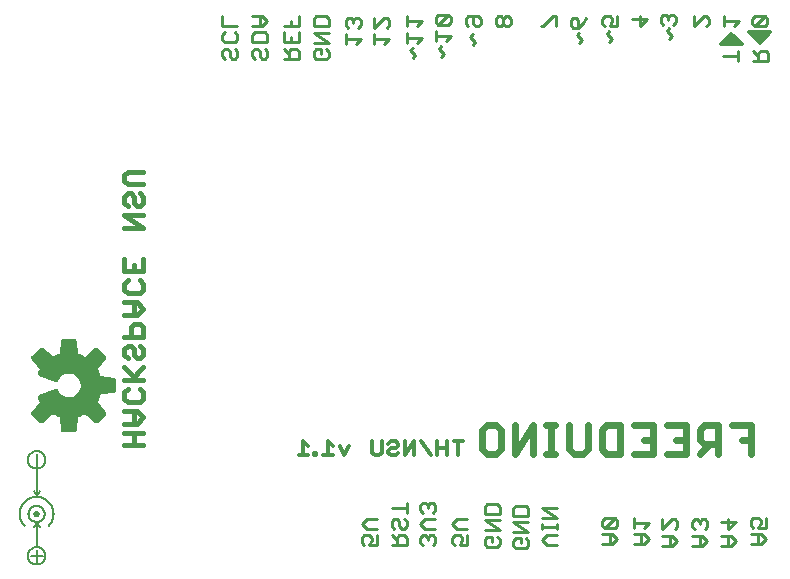
<source format=gbo>
G04 EAGLE Gerber RS-274X export*
G75*
%MOMM*%
%FSLAX34Y34*%
%LPD*%
%INBottom Silkscreen*%
%IPPOS*%
%AMOC8*
5,1,8,0,0,1.08239X$1,22.5*%
G01*
%ADD10C,0.406400*%
%ADD11C,0.609600*%
%ADD12C,0.304800*%
%ADD13C,0.228600*%
%ADD14C,0.127000*%

G36*
X54972Y138732D02*
X54972Y138732D01*
X55137Y138743D01*
X55166Y138752D01*
X55196Y138755D01*
X55353Y138804D01*
X55512Y138850D01*
X55539Y138864D01*
X55567Y138873D01*
X55711Y138954D01*
X55857Y139030D01*
X55881Y139049D01*
X55907Y139064D01*
X56031Y139172D01*
X56159Y139277D01*
X56178Y139300D01*
X56201Y139320D01*
X56300Y139452D01*
X56404Y139580D01*
X56418Y139607D01*
X56436Y139631D01*
X56507Y139780D01*
X56582Y139927D01*
X56588Y139952D01*
X56603Y139983D01*
X56695Y140362D01*
X56696Y140400D01*
X56703Y140427D01*
X57822Y151442D01*
X59367Y151889D01*
X59490Y151939D01*
X59566Y151959D01*
X62239Y153067D01*
X62356Y153129D01*
X62429Y153158D01*
X63838Y153933D01*
X65633Y152469D01*
X65634Y152469D01*
X72418Y146936D01*
X72556Y146845D01*
X72691Y146751D01*
X72719Y146739D01*
X72744Y146722D01*
X72898Y146661D01*
X73049Y146596D01*
X73078Y146590D01*
X73106Y146579D01*
X73269Y146550D01*
X73431Y146517D01*
X73461Y146517D01*
X73490Y146512D01*
X73655Y146518D01*
X73820Y146518D01*
X73850Y146524D01*
X73880Y146525D01*
X74040Y146564D01*
X74202Y146598D01*
X74229Y146610D01*
X74259Y146617D01*
X74408Y146688D01*
X74559Y146754D01*
X74579Y146770D01*
X74611Y146785D01*
X74921Y147020D01*
X74946Y147049D01*
X74968Y147065D01*
X81535Y153632D01*
X81639Y153760D01*
X81747Y153884D01*
X81762Y153911D01*
X81781Y153934D01*
X81856Y154081D01*
X81937Y154225D01*
X81946Y154254D01*
X81960Y154280D01*
X82004Y154439D01*
X82054Y154597D01*
X82057Y154627D01*
X82065Y154656D01*
X82076Y154820D01*
X82092Y154984D01*
X82089Y155015D01*
X82091Y155045D01*
X82069Y155208D01*
X82051Y155372D01*
X82042Y155401D01*
X82038Y155431D01*
X81983Y155586D01*
X81932Y155743D01*
X81919Y155765D01*
X81907Y155798D01*
X81704Y156131D01*
X81678Y156158D01*
X81664Y156182D01*
X80950Y157057D01*
X80950Y157058D01*
X77844Y160866D01*
X76291Y162770D01*
X74667Y164762D01*
X75442Y166171D01*
X75494Y166293D01*
X75533Y166361D01*
X76641Y169034D01*
X76679Y169162D01*
X76711Y169233D01*
X77159Y170778D01*
X88174Y171897D01*
X88336Y171931D01*
X88498Y171959D01*
X88526Y171970D01*
X88555Y171976D01*
X88707Y172042D01*
X88860Y172103D01*
X88885Y172119D01*
X88913Y172131D01*
X89048Y172226D01*
X89186Y172317D01*
X89207Y172338D01*
X89232Y172356D01*
X89344Y172476D01*
X89461Y172593D01*
X89477Y172618D01*
X89498Y172640D01*
X89583Y172781D01*
X89674Y172919D01*
X89685Y172948D01*
X89700Y172973D01*
X89756Y173129D01*
X89816Y173282D01*
X89819Y173308D01*
X89831Y173341D01*
X89884Y173727D01*
X89882Y173765D01*
X89885Y173792D01*
X89885Y183078D01*
X89868Y183242D01*
X89857Y183407D01*
X89848Y183436D01*
X89845Y183466D01*
X89796Y183623D01*
X89750Y183782D01*
X89736Y183809D01*
X89727Y183837D01*
X89646Y183981D01*
X89570Y184127D01*
X89551Y184151D01*
X89536Y184177D01*
X89428Y184301D01*
X89323Y184429D01*
X89300Y184448D01*
X89280Y184471D01*
X89148Y184570D01*
X89020Y184674D01*
X88993Y184688D01*
X88969Y184706D01*
X88820Y184777D01*
X88673Y184852D01*
X88649Y184858D01*
X88617Y184873D01*
X88238Y184965D01*
X88200Y184966D01*
X88174Y184973D01*
X77159Y186092D01*
X76711Y187637D01*
X76661Y187760D01*
X76641Y187836D01*
X75533Y190509D01*
X75471Y190626D01*
X75442Y190699D01*
X74667Y192108D01*
X81664Y200688D01*
X81755Y200826D01*
X81850Y200961D01*
X81861Y200989D01*
X81878Y201014D01*
X81939Y201168D01*
X82004Y201319D01*
X82010Y201348D01*
X82021Y201376D01*
X82050Y201539D01*
X82083Y201701D01*
X82083Y201731D01*
X82088Y201760D01*
X82082Y201925D01*
X82082Y202090D01*
X82076Y202120D01*
X82075Y202150D01*
X82036Y202310D01*
X82002Y202472D01*
X81990Y202499D01*
X81983Y202529D01*
X81912Y202678D01*
X81846Y202829D01*
X81830Y202849D01*
X81815Y202881D01*
X81580Y203191D01*
X81551Y203216D01*
X81535Y203238D01*
X74968Y209805D01*
X74840Y209909D01*
X74716Y210017D01*
X74689Y210032D01*
X74666Y210051D01*
X74519Y210126D01*
X74375Y210207D01*
X74346Y210216D01*
X74320Y210230D01*
X74161Y210274D01*
X74003Y210324D01*
X73973Y210327D01*
X73944Y210335D01*
X73780Y210346D01*
X73616Y210362D01*
X73585Y210359D01*
X73555Y210361D01*
X73392Y210339D01*
X73228Y210321D01*
X73199Y210312D01*
X73169Y210308D01*
X73014Y210253D01*
X72857Y210202D01*
X72835Y210189D01*
X72802Y210177D01*
X72469Y209974D01*
X72442Y209948D01*
X72418Y209934D01*
X63838Y202937D01*
X62429Y203712D01*
X62307Y203764D01*
X62239Y203803D01*
X59566Y204911D01*
X59438Y204949D01*
X59367Y204981D01*
X57822Y205429D01*
X56703Y216444D01*
X56669Y216606D01*
X56641Y216768D01*
X56630Y216796D01*
X56624Y216825D01*
X56558Y216977D01*
X56497Y217130D01*
X56481Y217155D01*
X56469Y217183D01*
X56374Y217318D01*
X56283Y217456D01*
X56262Y217477D01*
X56244Y217502D01*
X56124Y217614D01*
X56007Y217731D01*
X55982Y217747D01*
X55960Y217768D01*
X55819Y217853D01*
X55681Y217944D01*
X55652Y217955D01*
X55627Y217970D01*
X55471Y218026D01*
X55318Y218086D01*
X55292Y218089D01*
X55259Y218101D01*
X54873Y218154D01*
X54835Y218152D01*
X54808Y218155D01*
X45522Y218155D01*
X45358Y218138D01*
X45193Y218127D01*
X45164Y218118D01*
X45134Y218115D01*
X44977Y218066D01*
X44818Y218020D01*
X44791Y218006D01*
X44763Y217997D01*
X44619Y217916D01*
X44473Y217840D01*
X44449Y217821D01*
X44423Y217806D01*
X44299Y217698D01*
X44171Y217593D01*
X44152Y217570D01*
X44129Y217550D01*
X44030Y217418D01*
X43926Y217290D01*
X43912Y217263D01*
X43894Y217239D01*
X43823Y217090D01*
X43748Y216943D01*
X43742Y216919D01*
X43727Y216887D01*
X43635Y216508D01*
X43634Y216470D01*
X43627Y216444D01*
X42508Y205429D01*
X40963Y204981D01*
X40840Y204931D01*
X40764Y204911D01*
X38091Y203803D01*
X37974Y203741D01*
X37901Y203712D01*
X36492Y202937D01*
X36372Y203034D01*
X36372Y203035D01*
X27912Y209934D01*
X27774Y210025D01*
X27639Y210120D01*
X27611Y210131D01*
X27586Y210148D01*
X27432Y210209D01*
X27281Y210274D01*
X27252Y210280D01*
X27224Y210291D01*
X27061Y210320D01*
X26900Y210353D01*
X26869Y210353D01*
X26840Y210358D01*
X26675Y210352D01*
X26510Y210352D01*
X26480Y210346D01*
X26450Y210345D01*
X26290Y210306D01*
X26128Y210272D01*
X26101Y210260D01*
X26071Y210253D01*
X25922Y210182D01*
X25771Y210116D01*
X25751Y210100D01*
X25719Y210085D01*
X25409Y209850D01*
X25384Y209821D01*
X25362Y209805D01*
X18795Y203238D01*
X18691Y203110D01*
X18583Y202986D01*
X18568Y202959D01*
X18549Y202936D01*
X18474Y202789D01*
X18393Y202645D01*
X18384Y202616D01*
X18370Y202590D01*
X18326Y202431D01*
X18276Y202273D01*
X18273Y202243D01*
X18265Y202214D01*
X18254Y202050D01*
X18238Y201886D01*
X18241Y201855D01*
X18239Y201825D01*
X18261Y201662D01*
X18279Y201498D01*
X18288Y201469D01*
X18292Y201439D01*
X18348Y201284D01*
X18398Y201127D01*
X18411Y201105D01*
X18423Y201072D01*
X18626Y200739D01*
X18652Y200712D01*
X18666Y200688D01*
X18941Y200351D01*
X18942Y200350D01*
X20494Y198446D01*
X20495Y198446D01*
X23600Y194638D01*
X23601Y194638D01*
X25651Y192123D01*
X25223Y191370D01*
X25184Y191282D01*
X25151Y191229D01*
X24238Y189260D01*
X24203Y189160D01*
X24159Y189063D01*
X24140Y188976D01*
X24111Y188891D01*
X24097Y188786D01*
X24074Y188683D01*
X24073Y188594D01*
X24061Y188505D01*
X24070Y188399D01*
X24068Y188293D01*
X24085Y188205D01*
X24092Y188116D01*
X24122Y188014D01*
X24142Y187911D01*
X24176Y187828D01*
X24201Y187742D01*
X24251Y187648D01*
X24291Y187551D01*
X24342Y187477D01*
X24384Y187398D01*
X24452Y187316D01*
X24511Y187229D01*
X24576Y187167D01*
X24633Y187098D01*
X24716Y187032D01*
X24792Y186959D01*
X24852Y186924D01*
X24938Y186855D01*
X25169Y186739D01*
X25236Y186700D01*
X38436Y181232D01*
X38610Y181180D01*
X38783Y181126D01*
X38797Y181124D01*
X38810Y181121D01*
X38990Y181105D01*
X39171Y181087D01*
X39184Y181089D01*
X39198Y181087D01*
X39378Y181109D01*
X39558Y181128D01*
X39572Y181132D01*
X39585Y181134D01*
X39756Y181192D01*
X39929Y181247D01*
X39942Y181254D01*
X39955Y181258D01*
X40110Y181350D01*
X40269Y181439D01*
X40279Y181449D01*
X40291Y181456D01*
X40425Y181577D01*
X40561Y181697D01*
X40568Y181706D01*
X40580Y181717D01*
X40810Y182032D01*
X40834Y182084D01*
X40857Y182117D01*
X41702Y183753D01*
X42712Y185095D01*
X43933Y186250D01*
X45330Y187183D01*
X46864Y187869D01*
X48491Y188289D01*
X50156Y188429D01*
X52031Y188253D01*
X53831Y187732D01*
X55503Y186884D01*
X56986Y185739D01*
X58230Y184337D01*
X59190Y182727D01*
X59833Y180967D01*
X60135Y179117D01*
X60087Y177243D01*
X59690Y175412D01*
X58958Y173686D01*
X57917Y172128D01*
X56603Y170792D01*
X55063Y169724D01*
X53350Y168963D01*
X51526Y168535D01*
X49653Y168455D01*
X47799Y168726D01*
X46028Y169338D01*
X44402Y170271D01*
X42979Y171490D01*
X41809Y172954D01*
X40848Y174769D01*
X40753Y174912D01*
X40661Y175057D01*
X40645Y175074D01*
X40632Y175093D01*
X40509Y175214D01*
X40389Y175337D01*
X40370Y175350D01*
X40354Y175366D01*
X40209Y175459D01*
X40067Y175556D01*
X40045Y175565D01*
X40026Y175577D01*
X39866Y175639D01*
X39706Y175704D01*
X39683Y175709D01*
X39662Y175717D01*
X39493Y175745D01*
X39323Y175776D01*
X39300Y175776D01*
X39277Y175780D01*
X39106Y175772D01*
X38934Y175769D01*
X38914Y175764D01*
X38888Y175763D01*
X38510Y175667D01*
X38468Y175646D01*
X38436Y175638D01*
X25236Y170170D01*
X25143Y170120D01*
X25046Y170079D01*
X24972Y170028D01*
X24893Y169985D01*
X24813Y169917D01*
X24726Y169857D01*
X24664Y169792D01*
X24595Y169734D01*
X24530Y169651D01*
X24457Y169574D01*
X24410Y169498D01*
X24355Y169427D01*
X24308Y169333D01*
X24252Y169243D01*
X24221Y169158D01*
X24182Y169078D01*
X24155Y168976D01*
X24119Y168876D01*
X24106Y168788D01*
X24083Y168701D01*
X24078Y168595D01*
X24063Y168491D01*
X24068Y168401D01*
X24063Y168312D01*
X24080Y168207D01*
X24086Y168101D01*
X24107Y168035D01*
X24124Y167927D01*
X24215Y167684D01*
X24238Y167610D01*
X25151Y165641D01*
X25200Y165558D01*
X25223Y165500D01*
X25651Y164747D01*
X18666Y156182D01*
X18575Y156044D01*
X18481Y155909D01*
X18469Y155881D01*
X18452Y155856D01*
X18391Y155702D01*
X18326Y155551D01*
X18320Y155522D01*
X18309Y155494D01*
X18280Y155331D01*
X18247Y155170D01*
X18247Y155139D01*
X18242Y155110D01*
X18248Y154945D01*
X18248Y154780D01*
X18254Y154750D01*
X18255Y154720D01*
X18294Y154560D01*
X18328Y154398D01*
X18340Y154371D01*
X18347Y154341D01*
X18418Y154192D01*
X18484Y154041D01*
X18500Y154021D01*
X18515Y153989D01*
X18750Y153679D01*
X18779Y153654D01*
X18795Y153632D01*
X25362Y147065D01*
X25490Y146961D01*
X25614Y146853D01*
X25641Y146838D01*
X25664Y146819D01*
X25811Y146744D01*
X25955Y146663D01*
X25984Y146654D01*
X26010Y146640D01*
X26169Y146596D01*
X26327Y146546D01*
X26357Y146543D01*
X26386Y146535D01*
X26550Y146524D01*
X26714Y146508D01*
X26745Y146511D01*
X26775Y146509D01*
X26938Y146531D01*
X27102Y146549D01*
X27131Y146558D01*
X27161Y146562D01*
X27316Y146618D01*
X27473Y146668D01*
X27495Y146681D01*
X27528Y146693D01*
X27861Y146896D01*
X27888Y146922D01*
X27912Y146936D01*
X36492Y153933D01*
X37901Y153158D01*
X38023Y153106D01*
X38091Y153067D01*
X40764Y151959D01*
X40892Y151921D01*
X40963Y151889D01*
X42508Y151442D01*
X43627Y140427D01*
X43661Y140265D01*
X43689Y140102D01*
X43700Y140074D01*
X43706Y140045D01*
X43772Y139893D01*
X43833Y139740D01*
X43849Y139715D01*
X43861Y139687D01*
X43956Y139552D01*
X44047Y139415D01*
X44068Y139393D01*
X44086Y139369D01*
X44206Y139256D01*
X44323Y139139D01*
X44348Y139123D01*
X44370Y139102D01*
X44511Y139017D01*
X44649Y138926D01*
X44678Y138915D01*
X44703Y138900D01*
X44859Y138844D01*
X45012Y138784D01*
X45038Y138781D01*
X45071Y138769D01*
X45457Y138716D01*
X45495Y138718D01*
X45522Y138715D01*
X54808Y138715D01*
X54972Y138732D01*
G37*
D10*
X97282Y127762D02*
X113232Y127762D01*
X105257Y127762D02*
X105257Y138395D01*
X113232Y138395D02*
X97282Y138395D01*
X97282Y146178D02*
X107915Y146178D01*
X113232Y151494D01*
X107915Y156811D01*
X97282Y156811D01*
X105257Y156811D02*
X105257Y146178D01*
X113232Y172568D02*
X110573Y175227D01*
X113232Y172568D02*
X113232Y167252D01*
X110573Y164593D01*
X99940Y164593D01*
X97282Y167252D01*
X97282Y172568D01*
X99940Y175227D01*
X97282Y183009D02*
X113232Y183009D01*
X102599Y183009D02*
X113232Y193642D01*
X105257Y185667D02*
X97282Y193642D01*
X113232Y209400D02*
X110573Y212058D01*
X113232Y209400D02*
X113232Y204083D01*
X110573Y201425D01*
X107915Y201425D01*
X105257Y204083D01*
X105257Y209400D01*
X102599Y212058D01*
X99940Y212058D01*
X97282Y209400D01*
X97282Y204083D01*
X99940Y201425D01*
X97282Y219841D02*
X113232Y219841D01*
X113232Y227815D01*
X110573Y230474D01*
X105257Y230474D01*
X102599Y227815D01*
X102599Y219841D01*
X107915Y238256D02*
X97282Y238256D01*
X107915Y238256D02*
X113232Y243573D01*
X107915Y248889D01*
X97282Y248889D01*
X105257Y248889D02*
X105257Y238256D01*
X113232Y264647D02*
X110573Y267305D01*
X113232Y264647D02*
X113232Y259330D01*
X110573Y256672D01*
X99940Y256672D01*
X97282Y259330D01*
X97282Y264647D01*
X99940Y267305D01*
X113232Y275088D02*
X113232Y285721D01*
X113232Y275088D02*
X97282Y275088D01*
X97282Y285721D01*
X105257Y280404D02*
X105257Y275088D01*
X97282Y311919D02*
X113232Y311919D01*
X97282Y322552D01*
X113232Y322552D01*
X113232Y338310D02*
X110573Y340968D01*
X113232Y338310D02*
X113232Y332993D01*
X110573Y330335D01*
X107915Y330335D01*
X105257Y332993D01*
X105257Y338310D01*
X102599Y340968D01*
X99940Y340968D01*
X97282Y338310D01*
X97282Y332993D01*
X99940Y330335D01*
X99940Y348751D02*
X113232Y348751D01*
X99940Y348751D02*
X97282Y351409D01*
X97282Y356725D01*
X99940Y359384D01*
X113232Y359384D01*
D11*
X627761Y144574D02*
X627761Y120650D01*
X627761Y144574D02*
X611811Y144574D01*
X619786Y132612D02*
X627761Y132612D01*
X600137Y120650D02*
X600137Y144574D01*
X588175Y144574D01*
X584188Y140587D01*
X584188Y132612D01*
X588175Y128625D01*
X600137Y128625D01*
X592163Y128625D02*
X584188Y120650D01*
X572514Y144574D02*
X556564Y144574D01*
X572514Y144574D02*
X572514Y120650D01*
X556564Y120650D01*
X564539Y132612D02*
X572514Y132612D01*
X544890Y144574D02*
X528941Y144574D01*
X544890Y144574D02*
X544890Y120650D01*
X528941Y120650D01*
X536915Y132612D02*
X544890Y132612D01*
X517267Y144574D02*
X517267Y120650D01*
X505304Y120650D01*
X501317Y124637D01*
X501317Y140587D01*
X505304Y144574D01*
X517267Y144574D01*
X489643Y144574D02*
X489643Y124637D01*
X485656Y120650D01*
X477681Y120650D01*
X473693Y124637D01*
X473693Y144574D01*
X462019Y120650D02*
X454045Y120650D01*
X458032Y120650D02*
X458032Y144574D01*
X462019Y144574D02*
X454045Y144574D01*
X443604Y144574D02*
X443604Y120650D01*
X427654Y120650D02*
X443604Y144574D01*
X427654Y144574D02*
X427654Y120650D01*
X411993Y144574D02*
X404018Y144574D01*
X411993Y144574D02*
X415980Y140587D01*
X415980Y124637D01*
X411993Y120650D01*
X404018Y120650D01*
X400031Y124637D01*
X400031Y140587D01*
X404018Y144574D01*
D12*
X380061Y131215D02*
X380061Y119253D01*
X384048Y131215D02*
X376073Y131215D01*
X370236Y131215D02*
X370236Y119253D01*
X370236Y125234D02*
X362261Y125234D01*
X362261Y131215D02*
X362261Y119253D01*
X356424Y119253D02*
X348450Y131215D01*
X342613Y131215D02*
X342613Y119253D01*
X334638Y119253D02*
X342613Y131215D01*
X334638Y131215D02*
X334638Y119253D01*
X322820Y131215D02*
X320826Y129222D01*
X322820Y131215D02*
X326807Y131215D01*
X328801Y129222D01*
X328801Y127228D01*
X326807Y125234D01*
X322820Y125234D01*
X320826Y123240D01*
X320826Y121247D01*
X322820Y119253D01*
X326807Y119253D01*
X328801Y121247D01*
X314989Y121247D02*
X314989Y131215D01*
X314989Y121247D02*
X312995Y119253D01*
X309008Y119253D01*
X307014Y121247D01*
X307014Y131215D01*
X287366Y127228D02*
X283378Y119253D01*
X279391Y127228D01*
X273554Y127228D02*
X269566Y131215D01*
X269566Y119253D01*
X265579Y119253D02*
X273554Y119253D01*
X259742Y119253D02*
X259742Y121247D01*
X257748Y121247D01*
X257748Y119253D01*
X259742Y119253D01*
X252836Y127228D02*
X248849Y131215D01*
X248849Y119253D01*
X252836Y119253D02*
X244861Y119253D01*
X601980Y467233D02*
X619760Y467233D01*
X610870Y476123D02*
X601980Y467233D01*
X610870Y476123D02*
X619760Y467233D01*
X626110Y477393D02*
X643890Y477393D01*
X635000Y468503D01*
X626110Y477393D01*
X615950Y468503D02*
X610870Y473583D01*
X605790Y468503D01*
X613410Y468503D01*
X609600Y471043D01*
X629920Y476123D02*
X640080Y476123D01*
X635000Y471043D02*
X629920Y476123D01*
X635000Y471043D02*
X638810Y474853D01*
X633730Y474853D01*
X635000Y473583D02*
X635000Y472313D01*
D13*
X244950Y455013D02*
X232225Y455013D01*
X244950Y455013D02*
X244950Y461375D01*
X242829Y463496D01*
X238587Y463496D01*
X236467Y461375D01*
X236467Y455013D01*
X236467Y459254D02*
X232225Y463496D01*
X244950Y468824D02*
X244950Y477308D01*
X244950Y468824D02*
X232225Y468824D01*
X232225Y477308D01*
X238587Y473066D02*
X238587Y468824D01*
X232225Y482636D02*
X244950Y482636D01*
X244950Y491119D01*
X238587Y486878D02*
X238587Y482636D01*
X268337Y463242D02*
X270458Y461121D01*
X270458Y456879D01*
X268337Y454759D01*
X259854Y454759D01*
X257733Y456879D01*
X257733Y461121D01*
X259854Y463242D01*
X264095Y463242D01*
X264095Y459000D01*
X257733Y468570D02*
X270458Y468570D01*
X257733Y477054D01*
X270458Y477054D01*
X270458Y482382D02*
X257733Y482382D01*
X257733Y488745D01*
X259854Y490865D01*
X268337Y490865D01*
X270458Y488745D01*
X270458Y482382D01*
X604437Y457500D02*
X617162Y457500D01*
X617162Y461741D02*
X617162Y453258D01*
X629793Y453136D02*
X642518Y453136D01*
X642518Y459498D01*
X640397Y461619D01*
X636155Y461619D01*
X634035Y459498D01*
X634035Y453136D01*
X634035Y457378D02*
X629793Y461619D01*
X297318Y471664D02*
X293076Y467422D01*
X297318Y471664D02*
X284593Y471664D01*
X284593Y467422D02*
X284593Y475906D01*
X295197Y481234D02*
X297318Y483355D01*
X297318Y487597D01*
X295197Y489717D01*
X293076Y489717D01*
X290955Y487597D01*
X290955Y485476D01*
X290955Y487597D02*
X288835Y489717D01*
X286714Y489717D01*
X284593Y487597D01*
X284593Y483355D01*
X286714Y481234D01*
X317206Y467422D02*
X321448Y471664D01*
X308723Y471664D01*
X308723Y467422D02*
X308723Y475906D01*
X308723Y481234D02*
X308723Y489717D01*
X308723Y481234D02*
X317206Y489717D01*
X319327Y489717D01*
X321448Y487597D01*
X321448Y483355D01*
X319327Y481234D01*
X345146Y468692D02*
X349388Y472934D01*
X336663Y472934D01*
X336663Y468692D02*
X336663Y477176D01*
X345146Y482504D02*
X349388Y486746D01*
X336663Y486746D01*
X336663Y490987D02*
X336663Y482504D01*
X369276Y469962D02*
X373518Y474204D01*
X360793Y474204D01*
X360793Y469962D02*
X360793Y478446D01*
X362914Y483774D02*
X371397Y483774D01*
X373518Y485895D01*
X373518Y490137D01*
X371397Y492257D01*
X362914Y492257D01*
X360793Y490137D01*
X360793Y485895D01*
X362914Y483774D01*
X371397Y492257D01*
X386193Y484625D02*
X388314Y482504D01*
X386193Y484625D02*
X386193Y488867D01*
X388314Y490987D01*
X396797Y490987D01*
X398918Y488867D01*
X398918Y484625D01*
X396797Y482504D01*
X394676Y482504D01*
X392555Y484625D01*
X392555Y490987D01*
X422197Y482504D02*
X424318Y484625D01*
X424318Y488867D01*
X422197Y490987D01*
X420076Y490987D01*
X417955Y488867D01*
X415835Y490987D01*
X413714Y490987D01*
X411593Y488867D01*
X411593Y484625D01*
X413714Y482504D01*
X415835Y482504D01*
X417955Y484625D01*
X420076Y482504D01*
X422197Y482504D01*
X417955Y484625D02*
X417955Y488867D01*
X462418Y490987D02*
X462418Y482504D01*
X462418Y490987D02*
X460297Y490987D01*
X451814Y482504D01*
X449693Y482504D01*
X485697Y485476D02*
X487818Y489717D01*
X485697Y485476D02*
X481455Y481234D01*
X477214Y481234D01*
X475093Y483355D01*
X475093Y487597D01*
X477214Y489717D01*
X479335Y489717D01*
X481455Y487597D01*
X481455Y481234D01*
X514488Y482504D02*
X514488Y490987D01*
X514488Y482504D02*
X508125Y482504D01*
X510246Y486746D01*
X510246Y488867D01*
X508125Y490987D01*
X503884Y490987D01*
X501763Y488867D01*
X501763Y484625D01*
X503884Y482504D01*
X527163Y488867D02*
X539888Y488867D01*
X533525Y482504D01*
X533525Y490987D01*
X561897Y483774D02*
X564018Y485895D01*
X564018Y490137D01*
X561897Y492257D01*
X559776Y492257D01*
X557655Y490137D01*
X557655Y488016D01*
X557655Y490137D02*
X555535Y492257D01*
X553414Y492257D01*
X551293Y490137D01*
X551293Y485895D01*
X553414Y483774D01*
X579233Y482504D02*
X579233Y490987D01*
X579233Y482504D02*
X587716Y490987D01*
X589837Y490987D01*
X591958Y488867D01*
X591958Y484625D01*
X589837Y482504D01*
X613116Y482504D02*
X617358Y486746D01*
X604633Y486746D01*
X604633Y490987D02*
X604633Y482504D01*
X630884Y482504D02*
X639367Y482504D01*
X641488Y484625D01*
X641488Y488867D01*
X639367Y490987D01*
X630884Y490987D01*
X628763Y488867D01*
X628763Y484625D01*
X630884Y482504D01*
X639367Y490987D01*
X343649Y457797D02*
X341528Y455676D01*
X343649Y457797D02*
X339407Y462038D01*
X341528Y464159D01*
X365658Y456946D02*
X367779Y459067D01*
X363537Y463308D01*
X365658Y465429D01*
X507898Y469646D02*
X510019Y471767D01*
X505777Y476008D01*
X507898Y478129D01*
X558698Y472186D02*
X560819Y474307D01*
X556577Y478548D01*
X558698Y480669D01*
X484619Y470497D02*
X482498Y468376D01*
X484619Y470497D02*
X480377Y474738D01*
X482498Y476859D01*
X394449Y469227D02*
X392328Y467106D01*
X394449Y469227D02*
X390207Y473468D01*
X392328Y475589D01*
X218280Y461375D02*
X216159Y463496D01*
X218280Y461375D02*
X218280Y457133D01*
X216159Y455013D01*
X214038Y455013D01*
X211917Y457133D01*
X211917Y461375D01*
X209797Y463496D01*
X207676Y463496D01*
X205555Y461375D01*
X205555Y457133D01*
X207676Y455013D01*
X205555Y468824D02*
X218280Y468824D01*
X205555Y468824D02*
X205555Y475187D01*
X207676Y477308D01*
X216159Y477308D01*
X218280Y475187D01*
X218280Y468824D01*
X214038Y482636D02*
X205555Y482636D01*
X214038Y482636D02*
X218280Y486878D01*
X214038Y491119D01*
X205555Y491119D01*
X211917Y491119D02*
X211917Y482636D01*
X190759Y463496D02*
X192880Y461375D01*
X192880Y457133D01*
X190759Y455013D01*
X188638Y455013D01*
X186517Y457133D01*
X186517Y461375D01*
X184397Y463496D01*
X182276Y463496D01*
X180155Y461375D01*
X180155Y457133D01*
X182276Y455013D01*
X192880Y475187D02*
X190759Y477308D01*
X192880Y475187D02*
X192880Y470945D01*
X190759Y468824D01*
X182276Y468824D01*
X180155Y470945D01*
X180155Y475187D01*
X182276Y477308D01*
X180155Y482636D02*
X192880Y482636D01*
X180155Y482636D02*
X180155Y491119D01*
X387375Y51536D02*
X387375Y43053D01*
X381012Y43053D01*
X383133Y47295D01*
X383133Y49415D01*
X381012Y51536D01*
X376771Y51536D01*
X374650Y49415D01*
X374650Y45174D01*
X376771Y43053D01*
X378892Y56865D02*
X387375Y56865D01*
X378892Y56865D02*
X374650Y61106D01*
X378892Y65348D01*
X387375Y65348D01*
X501772Y43829D02*
X510255Y43829D01*
X514497Y48071D01*
X510255Y52312D01*
X501772Y52312D01*
X508134Y52312D02*
X508134Y43829D01*
X503893Y57641D02*
X512376Y57641D01*
X514497Y59762D01*
X514497Y64003D01*
X512376Y66124D01*
X503893Y66124D01*
X501772Y64003D01*
X501772Y59762D01*
X503893Y57641D01*
X512376Y66124D01*
X336448Y43180D02*
X323723Y43180D01*
X336448Y43180D02*
X336448Y49542D01*
X334327Y51663D01*
X330085Y51663D01*
X327965Y49542D01*
X327965Y43180D01*
X327965Y47422D02*
X323723Y51663D01*
X336448Y63354D02*
X334327Y65475D01*
X336448Y63354D02*
X336448Y59113D01*
X334327Y56992D01*
X332206Y56992D01*
X330085Y59113D01*
X330085Y63354D01*
X327965Y65475D01*
X325844Y65475D01*
X323723Y63354D01*
X323723Y59113D01*
X325844Y56992D01*
X323723Y75045D02*
X336448Y75045D01*
X336448Y70804D02*
X336448Y79287D01*
X360578Y45301D02*
X358457Y43180D01*
X360578Y45301D02*
X360578Y49542D01*
X358457Y51663D01*
X356336Y51663D01*
X354215Y49542D01*
X354215Y47422D01*
X354215Y49542D02*
X352095Y51663D01*
X349974Y51663D01*
X347853Y49542D01*
X347853Y45301D01*
X349974Y43180D01*
X352095Y56992D02*
X360578Y56992D01*
X352095Y56992D02*
X347853Y61233D01*
X352095Y65475D01*
X360578Y65475D01*
X358457Y70804D02*
X360578Y72924D01*
X360578Y77166D01*
X358457Y79287D01*
X356336Y79287D01*
X354215Y77166D01*
X354215Y75045D01*
X354215Y77166D02*
X352095Y79287D01*
X349974Y79287D01*
X347853Y77166D01*
X347853Y72924D01*
X349974Y70804D01*
X528315Y43956D02*
X536798Y43956D01*
X541040Y48198D01*
X536798Y52439D01*
X528315Y52439D01*
X534677Y52439D02*
X534677Y43956D01*
X536798Y57768D02*
X541040Y62009D01*
X528315Y62009D01*
X528315Y57768D02*
X528315Y66251D01*
X552445Y42686D02*
X560928Y42686D01*
X565170Y46928D01*
X560928Y51169D01*
X552445Y51169D01*
X558807Y51169D02*
X558807Y42686D01*
X552445Y56498D02*
X552445Y64981D01*
X552445Y56498D02*
X560928Y64981D01*
X563049Y64981D01*
X565170Y62860D01*
X565170Y58619D01*
X563049Y56498D01*
X577845Y42686D02*
X586328Y42686D01*
X590570Y46928D01*
X586328Y51169D01*
X577845Y51169D01*
X584207Y51169D02*
X584207Y42686D01*
X588449Y56498D02*
X590570Y58619D01*
X590570Y62860D01*
X588449Y64981D01*
X586328Y64981D01*
X584207Y62860D01*
X584207Y60739D01*
X584207Y62860D02*
X582087Y64981D01*
X579966Y64981D01*
X577845Y62860D01*
X577845Y58619D01*
X579966Y56498D01*
X601975Y42686D02*
X610458Y42686D01*
X614700Y46928D01*
X610458Y51169D01*
X601975Y51169D01*
X608337Y51169D02*
X608337Y42686D01*
X601975Y62860D02*
X614700Y62860D01*
X608337Y56498D01*
X608337Y64981D01*
X627375Y43956D02*
X635858Y43956D01*
X640100Y48198D01*
X635858Y52439D01*
X627375Y52439D01*
X633737Y52439D02*
X633737Y43956D01*
X640100Y57768D02*
X640100Y66251D01*
X640100Y57768D02*
X633737Y57768D01*
X635858Y62009D01*
X635858Y64130D01*
X633737Y66251D01*
X629496Y66251D01*
X627375Y64130D01*
X627375Y59889D01*
X629496Y57768D01*
X463575Y43053D02*
X455092Y43053D01*
X450850Y47295D01*
X455092Y51536D01*
X463575Y51536D01*
X450850Y56865D02*
X450850Y61106D01*
X450850Y58986D02*
X463575Y58986D01*
X463575Y61106D02*
X463575Y56865D01*
X463575Y66073D02*
X450850Y66073D01*
X450850Y74556D02*
X463575Y66073D01*
X463575Y74556D02*
X450850Y74556D01*
X415183Y48229D02*
X413062Y50350D01*
X415183Y48229D02*
X415183Y43988D01*
X413062Y41867D01*
X404579Y41867D01*
X402458Y43988D01*
X402458Y48229D01*
X404579Y50350D01*
X408820Y50350D01*
X408820Y46109D01*
X402458Y55679D02*
X415183Y55679D01*
X402458Y64162D01*
X415183Y64162D01*
X415183Y69491D02*
X402458Y69491D01*
X402458Y75853D01*
X404579Y77974D01*
X413062Y77974D01*
X415183Y75853D01*
X415183Y69491D01*
X311048Y51663D02*
X311048Y43180D01*
X304685Y43180D01*
X306806Y47422D01*
X306806Y49542D01*
X304685Y51663D01*
X300444Y51663D01*
X298323Y49542D01*
X298323Y45301D01*
X300444Y43180D01*
X302565Y56992D02*
X311048Y56992D01*
X302565Y56992D02*
X298323Y61233D01*
X302565Y65475D01*
X311048Y65475D01*
X437192Y49080D02*
X439313Y46959D01*
X439313Y42718D01*
X437192Y40597D01*
X428709Y40597D01*
X426588Y42718D01*
X426588Y46959D01*
X428709Y49080D01*
X432950Y49080D01*
X432950Y44839D01*
X426588Y54409D02*
X439313Y54409D01*
X426588Y62892D01*
X439313Y62892D01*
X439313Y68221D02*
X426588Y68221D01*
X426588Y74583D01*
X428709Y76704D01*
X437192Y76704D01*
X439313Y74583D01*
X439313Y68221D01*
D14*
X33020Y59690D02*
X33265Y59941D01*
X33504Y60198D01*
X33736Y60461D01*
X33962Y60729D01*
X34181Y61003D01*
X34394Y61282D01*
X34600Y61566D01*
X34798Y61855D01*
X34990Y62149D01*
X35174Y62448D01*
X35351Y62751D01*
X35521Y63058D01*
X35683Y63369D01*
X35838Y63684D01*
X35984Y64002D01*
X36123Y64325D01*
X36254Y64650D01*
X36377Y64979D01*
X36492Y65310D01*
X36599Y65644D01*
X36697Y65981D01*
X36788Y66320D01*
X36870Y66661D01*
X36943Y67004D01*
X37009Y67349D01*
X37065Y67695D01*
X37114Y68042D01*
X37154Y68391D01*
X37185Y68740D01*
X37208Y69090D01*
X37222Y69441D01*
X37228Y69792D01*
X37225Y70142D01*
X37214Y70493D01*
X37194Y70843D01*
X37165Y71193D01*
X37128Y71542D01*
X37083Y71890D01*
X37028Y72236D01*
X36966Y72581D01*
X36895Y72925D01*
X36816Y73267D01*
X36728Y73606D01*
X36632Y73944D01*
X36528Y74279D01*
X36416Y74611D01*
X36296Y74941D01*
X36168Y75267D01*
X36031Y75591D01*
X35887Y75910D01*
X35735Y76227D01*
X35576Y76539D01*
X35409Y76848D01*
X35234Y77152D01*
X35052Y77452D01*
X34863Y77747D01*
X34667Y78038D01*
X34463Y78324D01*
X34253Y78604D01*
X34036Y78880D01*
X33812Y79150D01*
X33582Y79415D01*
X33345Y79674D01*
X33102Y79927D01*
X32853Y80174D01*
X32598Y80415D01*
X32337Y80649D01*
X32071Y80877D01*
X31799Y81099D01*
X31521Y81314D01*
X31239Y81522D01*
X30951Y81723D01*
X30659Y81917D01*
X30362Y82104D01*
X30061Y82283D01*
X29755Y82455D01*
X29445Y82620D01*
X29132Y82777D01*
X28814Y82926D01*
X28493Y83068D01*
X28169Y83201D01*
X27841Y83327D01*
X27511Y83444D01*
X27177Y83554D01*
X26842Y83655D01*
X26503Y83748D01*
X26163Y83833D01*
X25821Y83910D01*
X25476Y83978D01*
X25131Y84037D01*
X24784Y84089D01*
X24436Y84131D01*
X24086Y84166D01*
X23736Y84191D01*
X23386Y84208D01*
X23035Y84217D01*
X22685Y84217D01*
X22334Y84208D01*
X21984Y84191D01*
X21634Y84166D01*
X21284Y84131D01*
X20936Y84089D01*
X20589Y84037D01*
X20244Y83978D01*
X19899Y83910D01*
X19557Y83833D01*
X19217Y83748D01*
X18878Y83655D01*
X18543Y83554D01*
X18209Y83444D01*
X17879Y83327D01*
X17551Y83201D01*
X17227Y83068D01*
X16906Y82926D01*
X16588Y82777D01*
X16275Y82620D01*
X15965Y82455D01*
X15659Y82283D01*
X15358Y82104D01*
X15061Y81917D01*
X14769Y81723D01*
X14481Y81522D01*
X14199Y81314D01*
X13921Y81099D01*
X13649Y80877D01*
X13383Y80649D01*
X13122Y80415D01*
X12867Y80174D01*
X12618Y79927D01*
X12375Y79674D01*
X12138Y79415D01*
X11908Y79150D01*
X11684Y78880D01*
X11467Y78604D01*
X11257Y78324D01*
X11053Y78038D01*
X10857Y77747D01*
X10668Y77452D01*
X10486Y77152D01*
X10311Y76848D01*
X10144Y76539D01*
X9985Y76227D01*
X9833Y75910D01*
X9689Y75591D01*
X9552Y75267D01*
X9424Y74941D01*
X9304Y74611D01*
X9192Y74279D01*
X9088Y73944D01*
X8992Y73606D01*
X8904Y73267D01*
X8825Y72925D01*
X8754Y72581D01*
X8692Y72236D01*
X8637Y71890D01*
X8592Y71542D01*
X8555Y71193D01*
X8526Y70843D01*
X8506Y70493D01*
X8495Y70142D01*
X8492Y69792D01*
X8498Y69441D01*
X8512Y69090D01*
X8535Y68740D01*
X8566Y68391D01*
X8606Y68042D01*
X8655Y67695D01*
X8711Y67349D01*
X8777Y67004D01*
X8850Y66661D01*
X8932Y66320D01*
X9023Y65981D01*
X9121Y65644D01*
X9228Y65310D01*
X9343Y64979D01*
X9466Y64650D01*
X9597Y64325D01*
X9736Y64002D01*
X9882Y63684D01*
X10037Y63369D01*
X10199Y63058D01*
X10369Y62751D01*
X10546Y62448D01*
X10730Y62149D01*
X10922Y61855D01*
X11120Y61566D01*
X11326Y61282D01*
X11539Y61003D01*
X11758Y60729D01*
X11984Y60461D01*
X12216Y60198D01*
X12455Y59941D01*
X12700Y59690D01*
X22860Y62230D02*
X22860Y41910D01*
X25400Y58420D02*
X22860Y62230D01*
X20320Y58420D01*
X22860Y68580D02*
X22860Y71120D01*
X21590Y69850D01*
X22860Y68580D01*
X24130Y69850D01*
X22860Y71120D01*
X33020Y59690D02*
X33265Y59941D01*
X33504Y60198D01*
X33736Y60461D01*
X33962Y60729D01*
X34181Y61003D01*
X34394Y61282D01*
X34600Y61566D01*
X34798Y61855D01*
X34990Y62149D01*
X35174Y62448D01*
X35351Y62751D01*
X35521Y63058D01*
X35683Y63369D01*
X35838Y63684D01*
X35984Y64002D01*
X36123Y64325D01*
X36254Y64650D01*
X36377Y64979D01*
X36492Y65310D01*
X36599Y65644D01*
X36697Y65981D01*
X36788Y66320D01*
X36870Y66661D01*
X36943Y67004D01*
X37009Y67349D01*
X37065Y67695D01*
X37114Y68042D01*
X37154Y68391D01*
X37185Y68740D01*
X37208Y69090D01*
X37222Y69441D01*
X37228Y69792D01*
X37225Y70142D01*
X37214Y70493D01*
X37194Y70843D01*
X37165Y71193D01*
X37128Y71542D01*
X37083Y71890D01*
X37028Y72236D01*
X36966Y72581D01*
X36895Y72925D01*
X36816Y73267D01*
X36728Y73606D01*
X36632Y73944D01*
X36528Y74279D01*
X36416Y74611D01*
X36296Y74941D01*
X36168Y75267D01*
X36031Y75591D01*
X35887Y75910D01*
X35735Y76227D01*
X35576Y76539D01*
X35409Y76848D01*
X35234Y77152D01*
X35052Y77452D01*
X34863Y77747D01*
X34667Y78038D01*
X34463Y78324D01*
X34253Y78604D01*
X34036Y78880D01*
X33812Y79150D01*
X33582Y79415D01*
X33345Y79674D01*
X33102Y79927D01*
X32853Y80174D01*
X32598Y80415D01*
X32337Y80649D01*
X32071Y80877D01*
X31799Y81099D01*
X31521Y81314D01*
X31239Y81522D01*
X30951Y81723D01*
X30659Y81917D01*
X30362Y82104D01*
X30061Y82283D01*
X29755Y82455D01*
X29445Y82620D01*
X29132Y82777D01*
X28814Y82926D01*
X28493Y83068D01*
X28169Y83201D01*
X27841Y83327D01*
X27511Y83444D01*
X27177Y83554D01*
X26842Y83655D01*
X26503Y83748D01*
X26163Y83833D01*
X25821Y83910D01*
X25476Y83978D01*
X25131Y84037D01*
X24784Y84089D01*
X24436Y84131D01*
X24086Y84166D01*
X23736Y84191D01*
X23386Y84208D01*
X23035Y84217D01*
X22685Y84217D01*
X22334Y84208D01*
X21984Y84191D01*
X21634Y84166D01*
X21284Y84131D01*
X20936Y84089D01*
X20589Y84037D01*
X20244Y83978D01*
X19899Y83910D01*
X19557Y83833D01*
X19217Y83748D01*
X18878Y83655D01*
X18543Y83554D01*
X18209Y83444D01*
X17879Y83327D01*
X17551Y83201D01*
X17227Y83068D01*
X16906Y82926D01*
X16588Y82777D01*
X16275Y82620D01*
X15965Y82455D01*
X15659Y82283D01*
X15358Y82104D01*
X15061Y81917D01*
X14769Y81723D01*
X14481Y81522D01*
X14199Y81314D01*
X13921Y81099D01*
X13649Y80877D01*
X13383Y80649D01*
X13122Y80415D01*
X12867Y80174D01*
X12618Y79927D01*
X12375Y79674D01*
X12138Y79415D01*
X11908Y79150D01*
X11684Y78880D01*
X11467Y78604D01*
X11257Y78324D01*
X11053Y78038D01*
X10857Y77747D01*
X10668Y77452D01*
X10486Y77152D01*
X10311Y76848D01*
X10144Y76539D01*
X9985Y76227D01*
X9833Y75910D01*
X9689Y75591D01*
X9552Y75267D01*
X9424Y74941D01*
X9304Y74611D01*
X9192Y74279D01*
X9088Y73944D01*
X8992Y73606D01*
X8904Y73267D01*
X8825Y72925D01*
X8754Y72581D01*
X8692Y72236D01*
X8637Y71890D01*
X8592Y71542D01*
X8555Y71193D01*
X8526Y70843D01*
X8506Y70493D01*
X8495Y70142D01*
X8492Y69792D01*
X8498Y69441D01*
X8512Y69090D01*
X8535Y68740D01*
X8566Y68391D01*
X8606Y68042D01*
X8655Y67695D01*
X8711Y67349D01*
X8777Y67004D01*
X8850Y66661D01*
X8932Y66320D01*
X9023Y65981D01*
X9121Y65644D01*
X9228Y65310D01*
X9343Y64979D01*
X9466Y64650D01*
X9597Y64325D01*
X9736Y64002D01*
X9882Y63684D01*
X10037Y63369D01*
X10199Y63058D01*
X10369Y62751D01*
X10546Y62448D01*
X10730Y62149D01*
X10922Y61855D01*
X11120Y61566D01*
X11326Y61282D01*
X11539Y61003D01*
X11758Y60729D01*
X11984Y60461D01*
X12216Y60198D01*
X12455Y59941D01*
X12700Y59690D01*
X22860Y85090D02*
X22860Y107950D01*
X25400Y88900D02*
X22860Y85090D01*
X20320Y88900D01*
X22860Y39370D02*
X22860Y29210D01*
X17780Y34290D02*
X27940Y34290D01*
X22860Y110490D02*
X22860Y120650D01*
X16021Y69850D02*
X16023Y70018D01*
X16029Y70186D01*
X16040Y70353D01*
X16054Y70520D01*
X16072Y70687D01*
X16095Y70853D01*
X16122Y71019D01*
X16152Y71184D01*
X16187Y71348D01*
X16226Y71512D01*
X16269Y71674D01*
X16315Y71835D01*
X16366Y71995D01*
X16421Y72154D01*
X16479Y72311D01*
X16542Y72467D01*
X16608Y72621D01*
X16678Y72774D01*
X16751Y72925D01*
X16829Y73074D01*
X16909Y73221D01*
X16994Y73366D01*
X17082Y73509D01*
X17174Y73650D01*
X17269Y73788D01*
X17367Y73924D01*
X17468Y74058D01*
X17573Y74189D01*
X17681Y74317D01*
X17793Y74443D01*
X17907Y74566D01*
X18024Y74686D01*
X18144Y74803D01*
X18267Y74917D01*
X18393Y75029D01*
X18521Y75137D01*
X18652Y75242D01*
X18786Y75343D01*
X18922Y75441D01*
X19060Y75536D01*
X19201Y75628D01*
X19344Y75716D01*
X19489Y75801D01*
X19636Y75881D01*
X19785Y75959D01*
X19936Y76032D01*
X20089Y76102D01*
X20243Y76168D01*
X20399Y76231D01*
X20556Y76289D01*
X20715Y76344D01*
X20875Y76395D01*
X21036Y76441D01*
X21198Y76484D01*
X21362Y76523D01*
X21526Y76558D01*
X21691Y76588D01*
X21857Y76615D01*
X22023Y76638D01*
X22190Y76656D01*
X22357Y76670D01*
X22524Y76681D01*
X22692Y76687D01*
X22860Y76689D01*
X23028Y76687D01*
X23196Y76681D01*
X23363Y76670D01*
X23530Y76656D01*
X23697Y76638D01*
X23863Y76615D01*
X24029Y76588D01*
X24194Y76558D01*
X24358Y76523D01*
X24522Y76484D01*
X24684Y76441D01*
X24845Y76395D01*
X25005Y76344D01*
X25164Y76289D01*
X25321Y76231D01*
X25477Y76168D01*
X25631Y76102D01*
X25784Y76032D01*
X25935Y75959D01*
X26084Y75881D01*
X26231Y75801D01*
X26376Y75716D01*
X26519Y75628D01*
X26660Y75536D01*
X26798Y75441D01*
X26934Y75343D01*
X27068Y75242D01*
X27199Y75137D01*
X27327Y75029D01*
X27453Y74917D01*
X27576Y74803D01*
X27696Y74686D01*
X27813Y74566D01*
X27927Y74443D01*
X28039Y74317D01*
X28147Y74189D01*
X28252Y74058D01*
X28353Y73924D01*
X28451Y73788D01*
X28546Y73650D01*
X28638Y73509D01*
X28726Y73366D01*
X28811Y73221D01*
X28891Y73074D01*
X28969Y72925D01*
X29042Y72774D01*
X29112Y72621D01*
X29178Y72467D01*
X29241Y72311D01*
X29299Y72154D01*
X29354Y71995D01*
X29405Y71835D01*
X29451Y71674D01*
X29494Y71512D01*
X29533Y71348D01*
X29568Y71184D01*
X29598Y71019D01*
X29625Y70853D01*
X29648Y70687D01*
X29666Y70520D01*
X29680Y70353D01*
X29691Y70186D01*
X29697Y70018D01*
X29699Y69850D01*
X29697Y69682D01*
X29691Y69514D01*
X29680Y69347D01*
X29666Y69180D01*
X29648Y69013D01*
X29625Y68847D01*
X29598Y68681D01*
X29568Y68516D01*
X29533Y68352D01*
X29494Y68188D01*
X29451Y68026D01*
X29405Y67865D01*
X29354Y67705D01*
X29299Y67546D01*
X29241Y67389D01*
X29178Y67233D01*
X29112Y67079D01*
X29042Y66926D01*
X28969Y66775D01*
X28891Y66626D01*
X28811Y66479D01*
X28726Y66334D01*
X28638Y66191D01*
X28546Y66050D01*
X28451Y65912D01*
X28353Y65776D01*
X28252Y65642D01*
X28147Y65511D01*
X28039Y65383D01*
X27927Y65257D01*
X27813Y65134D01*
X27696Y65014D01*
X27576Y64897D01*
X27453Y64783D01*
X27327Y64671D01*
X27199Y64563D01*
X27068Y64458D01*
X26934Y64357D01*
X26798Y64259D01*
X26660Y64164D01*
X26519Y64072D01*
X26376Y63984D01*
X26231Y63899D01*
X26084Y63819D01*
X25935Y63741D01*
X25784Y63668D01*
X25631Y63598D01*
X25477Y63532D01*
X25321Y63469D01*
X25164Y63411D01*
X25005Y63356D01*
X24845Y63305D01*
X24684Y63259D01*
X24522Y63216D01*
X24358Y63177D01*
X24194Y63142D01*
X24029Y63112D01*
X23863Y63085D01*
X23697Y63062D01*
X23530Y63044D01*
X23363Y63030D01*
X23196Y63019D01*
X23028Y63013D01*
X22860Y63011D01*
X22692Y63013D01*
X22524Y63019D01*
X22357Y63030D01*
X22190Y63044D01*
X22023Y63062D01*
X21857Y63085D01*
X21691Y63112D01*
X21526Y63142D01*
X21362Y63177D01*
X21198Y63216D01*
X21036Y63259D01*
X20875Y63305D01*
X20715Y63356D01*
X20556Y63411D01*
X20399Y63469D01*
X20243Y63532D01*
X20089Y63598D01*
X19936Y63668D01*
X19785Y63741D01*
X19636Y63819D01*
X19489Y63899D01*
X19344Y63984D01*
X19201Y64072D01*
X19060Y64164D01*
X18922Y64259D01*
X18786Y64357D01*
X18652Y64458D01*
X18521Y64563D01*
X18393Y64671D01*
X18267Y64783D01*
X18144Y64897D01*
X18024Y65014D01*
X17907Y65134D01*
X17793Y65257D01*
X17681Y65383D01*
X17573Y65511D01*
X17468Y65642D01*
X17367Y65776D01*
X17269Y65912D01*
X17174Y66050D01*
X17082Y66191D01*
X16994Y66334D01*
X16909Y66479D01*
X16829Y66626D01*
X16751Y66775D01*
X16678Y66926D01*
X16608Y67079D01*
X16542Y67233D01*
X16479Y67389D01*
X16421Y67546D01*
X16366Y67705D01*
X16315Y67865D01*
X16269Y68026D01*
X16226Y68188D01*
X16187Y68352D01*
X16152Y68516D01*
X16122Y68681D01*
X16095Y68847D01*
X16072Y69013D01*
X16054Y69180D01*
X16040Y69347D01*
X16029Y69514D01*
X16023Y69682D01*
X16021Y69850D01*
X21064Y69850D02*
X21066Y69934D01*
X21072Y70018D01*
X21082Y70102D01*
X21095Y70185D01*
X21113Y70267D01*
X21135Y70349D01*
X21160Y70429D01*
X21189Y70508D01*
X21222Y70586D01*
X21258Y70662D01*
X21298Y70736D01*
X21341Y70808D01*
X21387Y70878D01*
X21437Y70946D01*
X21490Y71012D01*
X21546Y71075D01*
X21605Y71135D01*
X21667Y71192D01*
X21731Y71247D01*
X21798Y71298D01*
X21867Y71346D01*
X21938Y71391D01*
X22011Y71433D01*
X22086Y71471D01*
X22163Y71505D01*
X22241Y71536D01*
X22321Y71563D01*
X22402Y71587D01*
X22484Y71606D01*
X22567Y71622D01*
X22650Y71634D01*
X22734Y71642D01*
X22818Y71646D01*
X22902Y71646D01*
X22986Y71642D01*
X23070Y71634D01*
X23153Y71622D01*
X23236Y71606D01*
X23318Y71587D01*
X23399Y71563D01*
X23479Y71536D01*
X23557Y71505D01*
X23634Y71471D01*
X23709Y71433D01*
X23782Y71391D01*
X23853Y71346D01*
X23922Y71298D01*
X23989Y71247D01*
X24053Y71192D01*
X24115Y71135D01*
X24174Y71075D01*
X24230Y71012D01*
X24283Y70946D01*
X24333Y70878D01*
X24379Y70808D01*
X24422Y70736D01*
X24462Y70662D01*
X24498Y70586D01*
X24531Y70508D01*
X24560Y70429D01*
X24585Y70349D01*
X24607Y70267D01*
X24625Y70185D01*
X24638Y70102D01*
X24648Y70018D01*
X24654Y69934D01*
X24656Y69850D01*
X24654Y69766D01*
X24648Y69682D01*
X24638Y69598D01*
X24625Y69515D01*
X24607Y69433D01*
X24585Y69351D01*
X24560Y69271D01*
X24531Y69192D01*
X24498Y69114D01*
X24462Y69038D01*
X24422Y68964D01*
X24379Y68892D01*
X24333Y68822D01*
X24283Y68754D01*
X24230Y68688D01*
X24174Y68625D01*
X24115Y68565D01*
X24053Y68508D01*
X23989Y68453D01*
X23922Y68402D01*
X23853Y68354D01*
X23782Y68309D01*
X23709Y68267D01*
X23634Y68229D01*
X23557Y68195D01*
X23479Y68164D01*
X23399Y68137D01*
X23318Y68113D01*
X23236Y68094D01*
X23153Y68078D01*
X23070Y68066D01*
X22986Y68058D01*
X22902Y68054D01*
X22818Y68054D01*
X22734Y68058D01*
X22650Y68066D01*
X22567Y68078D01*
X22484Y68094D01*
X22402Y68113D01*
X22321Y68137D01*
X22241Y68164D01*
X22163Y68195D01*
X22086Y68229D01*
X22011Y68267D01*
X21938Y68309D01*
X21867Y68354D01*
X21798Y68402D01*
X21731Y68453D01*
X21667Y68508D01*
X21605Y68565D01*
X21546Y68625D01*
X21490Y68688D01*
X21437Y68754D01*
X21387Y68822D01*
X21341Y68892D01*
X21298Y68964D01*
X21258Y69038D01*
X21222Y69114D01*
X21189Y69192D01*
X21160Y69271D01*
X21135Y69351D01*
X21113Y69433D01*
X21095Y69515D01*
X21082Y69598D01*
X21072Y69682D01*
X21066Y69766D01*
X21064Y69850D01*
X15455Y34290D02*
X15457Y34472D01*
X15464Y34653D01*
X15475Y34835D01*
X15491Y35016D01*
X15511Y35196D01*
X15535Y35377D01*
X15564Y35556D01*
X15597Y35735D01*
X15635Y35912D01*
X15677Y36089D01*
X15723Y36265D01*
X15774Y36440D01*
X15829Y36613D01*
X15888Y36785D01*
X15951Y36955D01*
X16019Y37124D01*
X16090Y37291D01*
X16166Y37456D01*
X16246Y37619D01*
X16329Y37781D01*
X16417Y37940D01*
X16509Y38097D01*
X16604Y38252D01*
X16703Y38404D01*
X16806Y38554D01*
X16912Y38701D01*
X17022Y38846D01*
X17136Y38988D01*
X17253Y39127D01*
X17373Y39263D01*
X17497Y39396D01*
X17624Y39526D01*
X17754Y39653D01*
X17887Y39777D01*
X18023Y39897D01*
X18162Y40014D01*
X18304Y40128D01*
X18449Y40238D01*
X18596Y40344D01*
X18746Y40447D01*
X18898Y40546D01*
X19053Y40641D01*
X19210Y40733D01*
X19369Y40821D01*
X19531Y40904D01*
X19694Y40984D01*
X19859Y41060D01*
X20026Y41131D01*
X20195Y41199D01*
X20365Y41262D01*
X20537Y41321D01*
X20710Y41376D01*
X20885Y41427D01*
X21061Y41473D01*
X21238Y41515D01*
X21415Y41553D01*
X21594Y41586D01*
X21773Y41615D01*
X21954Y41639D01*
X22134Y41659D01*
X22315Y41675D01*
X22497Y41686D01*
X22678Y41693D01*
X22860Y41695D01*
X23042Y41693D01*
X23223Y41686D01*
X23405Y41675D01*
X23586Y41659D01*
X23766Y41639D01*
X23947Y41615D01*
X24126Y41586D01*
X24305Y41553D01*
X24482Y41515D01*
X24659Y41473D01*
X24835Y41427D01*
X25010Y41376D01*
X25183Y41321D01*
X25355Y41262D01*
X25525Y41199D01*
X25694Y41131D01*
X25861Y41060D01*
X26026Y40984D01*
X26189Y40904D01*
X26351Y40821D01*
X26510Y40733D01*
X26667Y40641D01*
X26822Y40546D01*
X26974Y40447D01*
X27124Y40344D01*
X27271Y40238D01*
X27416Y40128D01*
X27558Y40014D01*
X27697Y39897D01*
X27833Y39777D01*
X27966Y39653D01*
X28096Y39526D01*
X28223Y39396D01*
X28347Y39263D01*
X28467Y39127D01*
X28584Y38988D01*
X28698Y38846D01*
X28808Y38701D01*
X28914Y38554D01*
X29017Y38404D01*
X29116Y38252D01*
X29211Y38097D01*
X29303Y37940D01*
X29391Y37781D01*
X29474Y37619D01*
X29554Y37456D01*
X29630Y37291D01*
X29701Y37124D01*
X29769Y36955D01*
X29832Y36785D01*
X29891Y36613D01*
X29946Y36440D01*
X29997Y36265D01*
X30043Y36089D01*
X30085Y35912D01*
X30123Y35735D01*
X30156Y35556D01*
X30185Y35377D01*
X30209Y35196D01*
X30229Y35016D01*
X30245Y34835D01*
X30256Y34653D01*
X30263Y34472D01*
X30265Y34290D01*
X30263Y34108D01*
X30256Y33927D01*
X30245Y33745D01*
X30229Y33564D01*
X30209Y33384D01*
X30185Y33203D01*
X30156Y33024D01*
X30123Y32845D01*
X30085Y32668D01*
X30043Y32491D01*
X29997Y32315D01*
X29946Y32140D01*
X29891Y31967D01*
X29832Y31795D01*
X29769Y31625D01*
X29701Y31456D01*
X29630Y31289D01*
X29554Y31124D01*
X29474Y30961D01*
X29391Y30799D01*
X29303Y30640D01*
X29211Y30483D01*
X29116Y30328D01*
X29017Y30176D01*
X28914Y30026D01*
X28808Y29879D01*
X28698Y29734D01*
X28584Y29592D01*
X28467Y29453D01*
X28347Y29317D01*
X28223Y29184D01*
X28096Y29054D01*
X27966Y28927D01*
X27833Y28803D01*
X27697Y28683D01*
X27558Y28566D01*
X27416Y28452D01*
X27271Y28342D01*
X27124Y28236D01*
X26974Y28133D01*
X26822Y28034D01*
X26667Y27939D01*
X26510Y27847D01*
X26351Y27759D01*
X26189Y27676D01*
X26026Y27596D01*
X25861Y27520D01*
X25694Y27449D01*
X25525Y27381D01*
X25355Y27318D01*
X25183Y27259D01*
X25010Y27204D01*
X24835Y27153D01*
X24659Y27107D01*
X24482Y27065D01*
X24305Y27027D01*
X24126Y26994D01*
X23947Y26965D01*
X23766Y26941D01*
X23586Y26921D01*
X23405Y26905D01*
X23223Y26894D01*
X23042Y26887D01*
X22860Y26885D01*
X22678Y26887D01*
X22497Y26894D01*
X22315Y26905D01*
X22134Y26921D01*
X21954Y26941D01*
X21773Y26965D01*
X21594Y26994D01*
X21415Y27027D01*
X21238Y27065D01*
X21061Y27107D01*
X20885Y27153D01*
X20710Y27204D01*
X20537Y27259D01*
X20365Y27318D01*
X20195Y27381D01*
X20026Y27449D01*
X19859Y27520D01*
X19694Y27596D01*
X19531Y27676D01*
X19369Y27759D01*
X19210Y27847D01*
X19053Y27939D01*
X18898Y28034D01*
X18746Y28133D01*
X18596Y28236D01*
X18449Y28342D01*
X18304Y28452D01*
X18162Y28566D01*
X18023Y28683D01*
X17887Y28803D01*
X17754Y28927D01*
X17624Y29054D01*
X17497Y29184D01*
X17373Y29317D01*
X17253Y29453D01*
X17136Y29592D01*
X17022Y29734D01*
X16912Y29879D01*
X16806Y30026D01*
X16703Y30176D01*
X16604Y30328D01*
X16509Y30483D01*
X16417Y30640D01*
X16329Y30799D01*
X16246Y30961D01*
X16166Y31124D01*
X16090Y31289D01*
X16019Y31456D01*
X15951Y31625D01*
X15888Y31795D01*
X15829Y31967D01*
X15774Y32140D01*
X15723Y32315D01*
X15677Y32491D01*
X15635Y32668D01*
X15597Y32845D01*
X15564Y33024D01*
X15535Y33203D01*
X15511Y33384D01*
X15491Y33564D01*
X15475Y33745D01*
X15464Y33927D01*
X15457Y34108D01*
X15455Y34290D01*
X15455Y115570D02*
X15457Y115752D01*
X15464Y115933D01*
X15475Y116115D01*
X15491Y116296D01*
X15511Y116476D01*
X15535Y116657D01*
X15564Y116836D01*
X15597Y117015D01*
X15635Y117192D01*
X15677Y117369D01*
X15723Y117545D01*
X15774Y117720D01*
X15829Y117893D01*
X15888Y118065D01*
X15951Y118235D01*
X16019Y118404D01*
X16090Y118571D01*
X16166Y118736D01*
X16246Y118899D01*
X16329Y119061D01*
X16417Y119220D01*
X16509Y119377D01*
X16604Y119532D01*
X16703Y119684D01*
X16806Y119834D01*
X16912Y119981D01*
X17022Y120126D01*
X17136Y120268D01*
X17253Y120407D01*
X17373Y120543D01*
X17497Y120676D01*
X17624Y120806D01*
X17754Y120933D01*
X17887Y121057D01*
X18023Y121177D01*
X18162Y121294D01*
X18304Y121408D01*
X18449Y121518D01*
X18596Y121624D01*
X18746Y121727D01*
X18898Y121826D01*
X19053Y121921D01*
X19210Y122013D01*
X19369Y122101D01*
X19531Y122184D01*
X19694Y122264D01*
X19859Y122340D01*
X20026Y122411D01*
X20195Y122479D01*
X20365Y122542D01*
X20537Y122601D01*
X20710Y122656D01*
X20885Y122707D01*
X21061Y122753D01*
X21238Y122795D01*
X21415Y122833D01*
X21594Y122866D01*
X21773Y122895D01*
X21954Y122919D01*
X22134Y122939D01*
X22315Y122955D01*
X22497Y122966D01*
X22678Y122973D01*
X22860Y122975D01*
X23042Y122973D01*
X23223Y122966D01*
X23405Y122955D01*
X23586Y122939D01*
X23766Y122919D01*
X23947Y122895D01*
X24126Y122866D01*
X24305Y122833D01*
X24482Y122795D01*
X24659Y122753D01*
X24835Y122707D01*
X25010Y122656D01*
X25183Y122601D01*
X25355Y122542D01*
X25525Y122479D01*
X25694Y122411D01*
X25861Y122340D01*
X26026Y122264D01*
X26189Y122184D01*
X26351Y122101D01*
X26510Y122013D01*
X26667Y121921D01*
X26822Y121826D01*
X26974Y121727D01*
X27124Y121624D01*
X27271Y121518D01*
X27416Y121408D01*
X27558Y121294D01*
X27697Y121177D01*
X27833Y121057D01*
X27966Y120933D01*
X28096Y120806D01*
X28223Y120676D01*
X28347Y120543D01*
X28467Y120407D01*
X28584Y120268D01*
X28698Y120126D01*
X28808Y119981D01*
X28914Y119834D01*
X29017Y119684D01*
X29116Y119532D01*
X29211Y119377D01*
X29303Y119220D01*
X29391Y119061D01*
X29474Y118899D01*
X29554Y118736D01*
X29630Y118571D01*
X29701Y118404D01*
X29769Y118235D01*
X29832Y118065D01*
X29891Y117893D01*
X29946Y117720D01*
X29997Y117545D01*
X30043Y117369D01*
X30085Y117192D01*
X30123Y117015D01*
X30156Y116836D01*
X30185Y116657D01*
X30209Y116476D01*
X30229Y116296D01*
X30245Y116115D01*
X30256Y115933D01*
X30263Y115752D01*
X30265Y115570D01*
X30263Y115388D01*
X30256Y115207D01*
X30245Y115025D01*
X30229Y114844D01*
X30209Y114664D01*
X30185Y114483D01*
X30156Y114304D01*
X30123Y114125D01*
X30085Y113948D01*
X30043Y113771D01*
X29997Y113595D01*
X29946Y113420D01*
X29891Y113247D01*
X29832Y113075D01*
X29769Y112905D01*
X29701Y112736D01*
X29630Y112569D01*
X29554Y112404D01*
X29474Y112241D01*
X29391Y112079D01*
X29303Y111920D01*
X29211Y111763D01*
X29116Y111608D01*
X29017Y111456D01*
X28914Y111306D01*
X28808Y111159D01*
X28698Y111014D01*
X28584Y110872D01*
X28467Y110733D01*
X28347Y110597D01*
X28223Y110464D01*
X28096Y110334D01*
X27966Y110207D01*
X27833Y110083D01*
X27697Y109963D01*
X27558Y109846D01*
X27416Y109732D01*
X27271Y109622D01*
X27124Y109516D01*
X26974Y109413D01*
X26822Y109314D01*
X26667Y109219D01*
X26510Y109127D01*
X26351Y109039D01*
X26189Y108956D01*
X26026Y108876D01*
X25861Y108800D01*
X25694Y108729D01*
X25525Y108661D01*
X25355Y108598D01*
X25183Y108539D01*
X25010Y108484D01*
X24835Y108433D01*
X24659Y108387D01*
X24482Y108345D01*
X24305Y108307D01*
X24126Y108274D01*
X23947Y108245D01*
X23766Y108221D01*
X23586Y108201D01*
X23405Y108185D01*
X23223Y108174D01*
X23042Y108167D01*
X22860Y108165D01*
X22678Y108167D01*
X22497Y108174D01*
X22315Y108185D01*
X22134Y108201D01*
X21954Y108221D01*
X21773Y108245D01*
X21594Y108274D01*
X21415Y108307D01*
X21238Y108345D01*
X21061Y108387D01*
X20885Y108433D01*
X20710Y108484D01*
X20537Y108539D01*
X20365Y108598D01*
X20195Y108661D01*
X20026Y108729D01*
X19859Y108800D01*
X19694Y108876D01*
X19531Y108956D01*
X19369Y109039D01*
X19210Y109127D01*
X19053Y109219D01*
X18898Y109314D01*
X18746Y109413D01*
X18596Y109516D01*
X18449Y109622D01*
X18304Y109732D01*
X18162Y109846D01*
X18023Y109963D01*
X17887Y110083D01*
X17754Y110207D01*
X17624Y110334D01*
X17497Y110464D01*
X17373Y110597D01*
X17253Y110733D01*
X17136Y110872D01*
X17022Y111014D01*
X16912Y111159D01*
X16806Y111306D01*
X16703Y111456D01*
X16604Y111608D01*
X16509Y111763D01*
X16417Y111920D01*
X16329Y112079D01*
X16246Y112241D01*
X16166Y112404D01*
X16090Y112569D01*
X16019Y112736D01*
X15951Y112905D01*
X15888Y113075D01*
X15829Y113247D01*
X15774Y113420D01*
X15723Y113595D01*
X15677Y113771D01*
X15635Y113948D01*
X15597Y114125D01*
X15564Y114304D01*
X15535Y114483D01*
X15511Y114664D01*
X15491Y114844D01*
X15475Y115025D01*
X15464Y115207D01*
X15457Y115388D01*
X15455Y115570D01*
X16021Y69850D02*
X16023Y70018D01*
X16029Y70186D01*
X16040Y70353D01*
X16054Y70520D01*
X16072Y70687D01*
X16095Y70853D01*
X16122Y71019D01*
X16152Y71184D01*
X16187Y71348D01*
X16226Y71512D01*
X16269Y71674D01*
X16315Y71835D01*
X16366Y71995D01*
X16421Y72154D01*
X16479Y72311D01*
X16542Y72467D01*
X16608Y72621D01*
X16678Y72774D01*
X16751Y72925D01*
X16829Y73074D01*
X16909Y73221D01*
X16994Y73366D01*
X17082Y73509D01*
X17174Y73650D01*
X17269Y73788D01*
X17367Y73924D01*
X17468Y74058D01*
X17573Y74189D01*
X17681Y74317D01*
X17793Y74443D01*
X17907Y74566D01*
X18024Y74686D01*
X18144Y74803D01*
X18267Y74917D01*
X18393Y75029D01*
X18521Y75137D01*
X18652Y75242D01*
X18786Y75343D01*
X18922Y75441D01*
X19060Y75536D01*
X19201Y75628D01*
X19344Y75716D01*
X19489Y75801D01*
X19636Y75881D01*
X19785Y75959D01*
X19936Y76032D01*
X20089Y76102D01*
X20243Y76168D01*
X20399Y76231D01*
X20556Y76289D01*
X20715Y76344D01*
X20875Y76395D01*
X21036Y76441D01*
X21198Y76484D01*
X21362Y76523D01*
X21526Y76558D01*
X21691Y76588D01*
X21857Y76615D01*
X22023Y76638D01*
X22190Y76656D01*
X22357Y76670D01*
X22524Y76681D01*
X22692Y76687D01*
X22860Y76689D01*
X23028Y76687D01*
X23196Y76681D01*
X23363Y76670D01*
X23530Y76656D01*
X23697Y76638D01*
X23863Y76615D01*
X24029Y76588D01*
X24194Y76558D01*
X24358Y76523D01*
X24522Y76484D01*
X24684Y76441D01*
X24845Y76395D01*
X25005Y76344D01*
X25164Y76289D01*
X25321Y76231D01*
X25477Y76168D01*
X25631Y76102D01*
X25784Y76032D01*
X25935Y75959D01*
X26084Y75881D01*
X26231Y75801D01*
X26376Y75716D01*
X26519Y75628D01*
X26660Y75536D01*
X26798Y75441D01*
X26934Y75343D01*
X27068Y75242D01*
X27199Y75137D01*
X27327Y75029D01*
X27453Y74917D01*
X27576Y74803D01*
X27696Y74686D01*
X27813Y74566D01*
X27927Y74443D01*
X28039Y74317D01*
X28147Y74189D01*
X28252Y74058D01*
X28353Y73924D01*
X28451Y73788D01*
X28546Y73650D01*
X28638Y73509D01*
X28726Y73366D01*
X28811Y73221D01*
X28891Y73074D01*
X28969Y72925D01*
X29042Y72774D01*
X29112Y72621D01*
X29178Y72467D01*
X29241Y72311D01*
X29299Y72154D01*
X29354Y71995D01*
X29405Y71835D01*
X29451Y71674D01*
X29494Y71512D01*
X29533Y71348D01*
X29568Y71184D01*
X29598Y71019D01*
X29625Y70853D01*
X29648Y70687D01*
X29666Y70520D01*
X29680Y70353D01*
X29691Y70186D01*
X29697Y70018D01*
X29699Y69850D01*
X29697Y69682D01*
X29691Y69514D01*
X29680Y69347D01*
X29666Y69180D01*
X29648Y69013D01*
X29625Y68847D01*
X29598Y68681D01*
X29568Y68516D01*
X29533Y68352D01*
X29494Y68188D01*
X29451Y68026D01*
X29405Y67865D01*
X29354Y67705D01*
X29299Y67546D01*
X29241Y67389D01*
X29178Y67233D01*
X29112Y67079D01*
X29042Y66926D01*
X28969Y66775D01*
X28891Y66626D01*
X28811Y66479D01*
X28726Y66334D01*
X28638Y66191D01*
X28546Y66050D01*
X28451Y65912D01*
X28353Y65776D01*
X28252Y65642D01*
X28147Y65511D01*
X28039Y65383D01*
X27927Y65257D01*
X27813Y65134D01*
X27696Y65014D01*
X27576Y64897D01*
X27453Y64783D01*
X27327Y64671D01*
X27199Y64563D01*
X27068Y64458D01*
X26934Y64357D01*
X26798Y64259D01*
X26660Y64164D01*
X26519Y64072D01*
X26376Y63984D01*
X26231Y63899D01*
X26084Y63819D01*
X25935Y63741D01*
X25784Y63668D01*
X25631Y63598D01*
X25477Y63532D01*
X25321Y63469D01*
X25164Y63411D01*
X25005Y63356D01*
X24845Y63305D01*
X24684Y63259D01*
X24522Y63216D01*
X24358Y63177D01*
X24194Y63142D01*
X24029Y63112D01*
X23863Y63085D01*
X23697Y63062D01*
X23530Y63044D01*
X23363Y63030D01*
X23196Y63019D01*
X23028Y63013D01*
X22860Y63011D01*
X22692Y63013D01*
X22524Y63019D01*
X22357Y63030D01*
X22190Y63044D01*
X22023Y63062D01*
X21857Y63085D01*
X21691Y63112D01*
X21526Y63142D01*
X21362Y63177D01*
X21198Y63216D01*
X21036Y63259D01*
X20875Y63305D01*
X20715Y63356D01*
X20556Y63411D01*
X20399Y63469D01*
X20243Y63532D01*
X20089Y63598D01*
X19936Y63668D01*
X19785Y63741D01*
X19636Y63819D01*
X19489Y63899D01*
X19344Y63984D01*
X19201Y64072D01*
X19060Y64164D01*
X18922Y64259D01*
X18786Y64357D01*
X18652Y64458D01*
X18521Y64563D01*
X18393Y64671D01*
X18267Y64783D01*
X18144Y64897D01*
X18024Y65014D01*
X17907Y65134D01*
X17793Y65257D01*
X17681Y65383D01*
X17573Y65511D01*
X17468Y65642D01*
X17367Y65776D01*
X17269Y65912D01*
X17174Y66050D01*
X17082Y66191D01*
X16994Y66334D01*
X16909Y66479D01*
X16829Y66626D01*
X16751Y66775D01*
X16678Y66926D01*
X16608Y67079D01*
X16542Y67233D01*
X16479Y67389D01*
X16421Y67546D01*
X16366Y67705D01*
X16315Y67865D01*
X16269Y68026D01*
X16226Y68188D01*
X16187Y68352D01*
X16152Y68516D01*
X16122Y68681D01*
X16095Y68847D01*
X16072Y69013D01*
X16054Y69180D01*
X16040Y69347D01*
X16029Y69514D01*
X16023Y69682D01*
X16021Y69850D01*
X21064Y69850D02*
X21066Y69934D01*
X21072Y70018D01*
X21082Y70102D01*
X21095Y70185D01*
X21113Y70267D01*
X21135Y70349D01*
X21160Y70429D01*
X21189Y70508D01*
X21222Y70586D01*
X21258Y70662D01*
X21298Y70736D01*
X21341Y70808D01*
X21387Y70878D01*
X21437Y70946D01*
X21490Y71012D01*
X21546Y71075D01*
X21605Y71135D01*
X21667Y71192D01*
X21731Y71247D01*
X21798Y71298D01*
X21867Y71346D01*
X21938Y71391D01*
X22011Y71433D01*
X22086Y71471D01*
X22163Y71505D01*
X22241Y71536D01*
X22321Y71563D01*
X22402Y71587D01*
X22484Y71606D01*
X22567Y71622D01*
X22650Y71634D01*
X22734Y71642D01*
X22818Y71646D01*
X22902Y71646D01*
X22986Y71642D01*
X23070Y71634D01*
X23153Y71622D01*
X23236Y71606D01*
X23318Y71587D01*
X23399Y71563D01*
X23479Y71536D01*
X23557Y71505D01*
X23634Y71471D01*
X23709Y71433D01*
X23782Y71391D01*
X23853Y71346D01*
X23922Y71298D01*
X23989Y71247D01*
X24053Y71192D01*
X24115Y71135D01*
X24174Y71075D01*
X24230Y71012D01*
X24283Y70946D01*
X24333Y70878D01*
X24379Y70808D01*
X24422Y70736D01*
X24462Y70662D01*
X24498Y70586D01*
X24531Y70508D01*
X24560Y70429D01*
X24585Y70349D01*
X24607Y70267D01*
X24625Y70185D01*
X24638Y70102D01*
X24648Y70018D01*
X24654Y69934D01*
X24656Y69850D01*
X24654Y69766D01*
X24648Y69682D01*
X24638Y69598D01*
X24625Y69515D01*
X24607Y69433D01*
X24585Y69351D01*
X24560Y69271D01*
X24531Y69192D01*
X24498Y69114D01*
X24462Y69038D01*
X24422Y68964D01*
X24379Y68892D01*
X24333Y68822D01*
X24283Y68754D01*
X24230Y68688D01*
X24174Y68625D01*
X24115Y68565D01*
X24053Y68508D01*
X23989Y68453D01*
X23922Y68402D01*
X23853Y68354D01*
X23782Y68309D01*
X23709Y68267D01*
X23634Y68229D01*
X23557Y68195D01*
X23479Y68164D01*
X23399Y68137D01*
X23318Y68113D01*
X23236Y68094D01*
X23153Y68078D01*
X23070Y68066D01*
X22986Y68058D01*
X22902Y68054D01*
X22818Y68054D01*
X22734Y68058D01*
X22650Y68066D01*
X22567Y68078D01*
X22484Y68094D01*
X22402Y68113D01*
X22321Y68137D01*
X22241Y68164D01*
X22163Y68195D01*
X22086Y68229D01*
X22011Y68267D01*
X21938Y68309D01*
X21867Y68354D01*
X21798Y68402D01*
X21731Y68453D01*
X21667Y68508D01*
X21605Y68565D01*
X21546Y68625D01*
X21490Y68688D01*
X21437Y68754D01*
X21387Y68822D01*
X21341Y68892D01*
X21298Y68964D01*
X21258Y69038D01*
X21222Y69114D01*
X21189Y69192D01*
X21160Y69271D01*
X21135Y69351D01*
X21113Y69433D01*
X21095Y69515D01*
X21082Y69598D01*
X21072Y69682D01*
X21066Y69766D01*
X21064Y69850D01*
X15455Y34290D02*
X15457Y34472D01*
X15464Y34653D01*
X15475Y34835D01*
X15491Y35016D01*
X15511Y35196D01*
X15535Y35377D01*
X15564Y35556D01*
X15597Y35735D01*
X15635Y35912D01*
X15677Y36089D01*
X15723Y36265D01*
X15774Y36440D01*
X15829Y36613D01*
X15888Y36785D01*
X15951Y36955D01*
X16019Y37124D01*
X16090Y37291D01*
X16166Y37456D01*
X16246Y37619D01*
X16329Y37781D01*
X16417Y37940D01*
X16509Y38097D01*
X16604Y38252D01*
X16703Y38404D01*
X16806Y38554D01*
X16912Y38701D01*
X17022Y38846D01*
X17136Y38988D01*
X17253Y39127D01*
X17373Y39263D01*
X17497Y39396D01*
X17624Y39526D01*
X17754Y39653D01*
X17887Y39777D01*
X18023Y39897D01*
X18162Y40014D01*
X18304Y40128D01*
X18449Y40238D01*
X18596Y40344D01*
X18746Y40447D01*
X18898Y40546D01*
X19053Y40641D01*
X19210Y40733D01*
X19369Y40821D01*
X19531Y40904D01*
X19694Y40984D01*
X19859Y41060D01*
X20026Y41131D01*
X20195Y41199D01*
X20365Y41262D01*
X20537Y41321D01*
X20710Y41376D01*
X20885Y41427D01*
X21061Y41473D01*
X21238Y41515D01*
X21415Y41553D01*
X21594Y41586D01*
X21773Y41615D01*
X21954Y41639D01*
X22134Y41659D01*
X22315Y41675D01*
X22497Y41686D01*
X22678Y41693D01*
X22860Y41695D01*
X23042Y41693D01*
X23223Y41686D01*
X23405Y41675D01*
X23586Y41659D01*
X23766Y41639D01*
X23947Y41615D01*
X24126Y41586D01*
X24305Y41553D01*
X24482Y41515D01*
X24659Y41473D01*
X24835Y41427D01*
X25010Y41376D01*
X25183Y41321D01*
X25355Y41262D01*
X25525Y41199D01*
X25694Y41131D01*
X25861Y41060D01*
X26026Y40984D01*
X26189Y40904D01*
X26351Y40821D01*
X26510Y40733D01*
X26667Y40641D01*
X26822Y40546D01*
X26974Y40447D01*
X27124Y40344D01*
X27271Y40238D01*
X27416Y40128D01*
X27558Y40014D01*
X27697Y39897D01*
X27833Y39777D01*
X27966Y39653D01*
X28096Y39526D01*
X28223Y39396D01*
X28347Y39263D01*
X28467Y39127D01*
X28584Y38988D01*
X28698Y38846D01*
X28808Y38701D01*
X28914Y38554D01*
X29017Y38404D01*
X29116Y38252D01*
X29211Y38097D01*
X29303Y37940D01*
X29391Y37781D01*
X29474Y37619D01*
X29554Y37456D01*
X29630Y37291D01*
X29701Y37124D01*
X29769Y36955D01*
X29832Y36785D01*
X29891Y36613D01*
X29946Y36440D01*
X29997Y36265D01*
X30043Y36089D01*
X30085Y35912D01*
X30123Y35735D01*
X30156Y35556D01*
X30185Y35377D01*
X30209Y35196D01*
X30229Y35016D01*
X30245Y34835D01*
X30256Y34653D01*
X30263Y34472D01*
X30265Y34290D01*
X30263Y34108D01*
X30256Y33927D01*
X30245Y33745D01*
X30229Y33564D01*
X30209Y33384D01*
X30185Y33203D01*
X30156Y33024D01*
X30123Y32845D01*
X30085Y32668D01*
X30043Y32491D01*
X29997Y32315D01*
X29946Y32140D01*
X29891Y31967D01*
X29832Y31795D01*
X29769Y31625D01*
X29701Y31456D01*
X29630Y31289D01*
X29554Y31124D01*
X29474Y30961D01*
X29391Y30799D01*
X29303Y30640D01*
X29211Y30483D01*
X29116Y30328D01*
X29017Y30176D01*
X28914Y30026D01*
X28808Y29879D01*
X28698Y29734D01*
X28584Y29592D01*
X28467Y29453D01*
X28347Y29317D01*
X28223Y29184D01*
X28096Y29054D01*
X27966Y28927D01*
X27833Y28803D01*
X27697Y28683D01*
X27558Y28566D01*
X27416Y28452D01*
X27271Y28342D01*
X27124Y28236D01*
X26974Y28133D01*
X26822Y28034D01*
X26667Y27939D01*
X26510Y27847D01*
X26351Y27759D01*
X26189Y27676D01*
X26026Y27596D01*
X25861Y27520D01*
X25694Y27449D01*
X25525Y27381D01*
X25355Y27318D01*
X25183Y27259D01*
X25010Y27204D01*
X24835Y27153D01*
X24659Y27107D01*
X24482Y27065D01*
X24305Y27027D01*
X24126Y26994D01*
X23947Y26965D01*
X23766Y26941D01*
X23586Y26921D01*
X23405Y26905D01*
X23223Y26894D01*
X23042Y26887D01*
X22860Y26885D01*
X22678Y26887D01*
X22497Y26894D01*
X22315Y26905D01*
X22134Y26921D01*
X21954Y26941D01*
X21773Y26965D01*
X21594Y26994D01*
X21415Y27027D01*
X21238Y27065D01*
X21061Y27107D01*
X20885Y27153D01*
X20710Y27204D01*
X20537Y27259D01*
X20365Y27318D01*
X20195Y27381D01*
X20026Y27449D01*
X19859Y27520D01*
X19694Y27596D01*
X19531Y27676D01*
X19369Y27759D01*
X19210Y27847D01*
X19053Y27939D01*
X18898Y28034D01*
X18746Y28133D01*
X18596Y28236D01*
X18449Y28342D01*
X18304Y28452D01*
X18162Y28566D01*
X18023Y28683D01*
X17887Y28803D01*
X17754Y28927D01*
X17624Y29054D01*
X17497Y29184D01*
X17373Y29317D01*
X17253Y29453D01*
X17136Y29592D01*
X17022Y29734D01*
X16912Y29879D01*
X16806Y30026D01*
X16703Y30176D01*
X16604Y30328D01*
X16509Y30483D01*
X16417Y30640D01*
X16329Y30799D01*
X16246Y30961D01*
X16166Y31124D01*
X16090Y31289D01*
X16019Y31456D01*
X15951Y31625D01*
X15888Y31795D01*
X15829Y31967D01*
X15774Y32140D01*
X15723Y32315D01*
X15677Y32491D01*
X15635Y32668D01*
X15597Y32845D01*
X15564Y33024D01*
X15535Y33203D01*
X15511Y33384D01*
X15491Y33564D01*
X15475Y33745D01*
X15464Y33927D01*
X15457Y34108D01*
X15455Y34290D01*
X15455Y115570D02*
X15457Y115752D01*
X15464Y115933D01*
X15475Y116115D01*
X15491Y116296D01*
X15511Y116476D01*
X15535Y116657D01*
X15564Y116836D01*
X15597Y117015D01*
X15635Y117192D01*
X15677Y117369D01*
X15723Y117545D01*
X15774Y117720D01*
X15829Y117893D01*
X15888Y118065D01*
X15951Y118235D01*
X16019Y118404D01*
X16090Y118571D01*
X16166Y118736D01*
X16246Y118899D01*
X16329Y119061D01*
X16417Y119220D01*
X16509Y119377D01*
X16604Y119532D01*
X16703Y119684D01*
X16806Y119834D01*
X16912Y119981D01*
X17022Y120126D01*
X17136Y120268D01*
X17253Y120407D01*
X17373Y120543D01*
X17497Y120676D01*
X17624Y120806D01*
X17754Y120933D01*
X17887Y121057D01*
X18023Y121177D01*
X18162Y121294D01*
X18304Y121408D01*
X18449Y121518D01*
X18596Y121624D01*
X18746Y121727D01*
X18898Y121826D01*
X19053Y121921D01*
X19210Y122013D01*
X19369Y122101D01*
X19531Y122184D01*
X19694Y122264D01*
X19859Y122340D01*
X20026Y122411D01*
X20195Y122479D01*
X20365Y122542D01*
X20537Y122601D01*
X20710Y122656D01*
X20885Y122707D01*
X21061Y122753D01*
X21238Y122795D01*
X21415Y122833D01*
X21594Y122866D01*
X21773Y122895D01*
X21954Y122919D01*
X22134Y122939D01*
X22315Y122955D01*
X22497Y122966D01*
X22678Y122973D01*
X22860Y122975D01*
X23042Y122973D01*
X23223Y122966D01*
X23405Y122955D01*
X23586Y122939D01*
X23766Y122919D01*
X23947Y122895D01*
X24126Y122866D01*
X24305Y122833D01*
X24482Y122795D01*
X24659Y122753D01*
X24835Y122707D01*
X25010Y122656D01*
X25183Y122601D01*
X25355Y122542D01*
X25525Y122479D01*
X25694Y122411D01*
X25861Y122340D01*
X26026Y122264D01*
X26189Y122184D01*
X26351Y122101D01*
X26510Y122013D01*
X26667Y121921D01*
X26822Y121826D01*
X26974Y121727D01*
X27124Y121624D01*
X27271Y121518D01*
X27416Y121408D01*
X27558Y121294D01*
X27697Y121177D01*
X27833Y121057D01*
X27966Y120933D01*
X28096Y120806D01*
X28223Y120676D01*
X28347Y120543D01*
X28467Y120407D01*
X28584Y120268D01*
X28698Y120126D01*
X28808Y119981D01*
X28914Y119834D01*
X29017Y119684D01*
X29116Y119532D01*
X29211Y119377D01*
X29303Y119220D01*
X29391Y119061D01*
X29474Y118899D01*
X29554Y118736D01*
X29630Y118571D01*
X29701Y118404D01*
X29769Y118235D01*
X29832Y118065D01*
X29891Y117893D01*
X29946Y117720D01*
X29997Y117545D01*
X30043Y117369D01*
X30085Y117192D01*
X30123Y117015D01*
X30156Y116836D01*
X30185Y116657D01*
X30209Y116476D01*
X30229Y116296D01*
X30245Y116115D01*
X30256Y115933D01*
X30263Y115752D01*
X30265Y115570D01*
X30263Y115388D01*
X30256Y115207D01*
X30245Y115025D01*
X30229Y114844D01*
X30209Y114664D01*
X30185Y114483D01*
X30156Y114304D01*
X30123Y114125D01*
X30085Y113948D01*
X30043Y113771D01*
X29997Y113595D01*
X29946Y113420D01*
X29891Y113247D01*
X29832Y113075D01*
X29769Y112905D01*
X29701Y112736D01*
X29630Y112569D01*
X29554Y112404D01*
X29474Y112241D01*
X29391Y112079D01*
X29303Y111920D01*
X29211Y111763D01*
X29116Y111608D01*
X29017Y111456D01*
X28914Y111306D01*
X28808Y111159D01*
X28698Y111014D01*
X28584Y110872D01*
X28467Y110733D01*
X28347Y110597D01*
X28223Y110464D01*
X28096Y110334D01*
X27966Y110207D01*
X27833Y110083D01*
X27697Y109963D01*
X27558Y109846D01*
X27416Y109732D01*
X27271Y109622D01*
X27124Y109516D01*
X26974Y109413D01*
X26822Y109314D01*
X26667Y109219D01*
X26510Y109127D01*
X26351Y109039D01*
X26189Y108956D01*
X26026Y108876D01*
X25861Y108800D01*
X25694Y108729D01*
X25525Y108661D01*
X25355Y108598D01*
X25183Y108539D01*
X25010Y108484D01*
X24835Y108433D01*
X24659Y108387D01*
X24482Y108345D01*
X24305Y108307D01*
X24126Y108274D01*
X23947Y108245D01*
X23766Y108221D01*
X23586Y108201D01*
X23405Y108185D01*
X23223Y108174D01*
X23042Y108167D01*
X22860Y108165D01*
X22678Y108167D01*
X22497Y108174D01*
X22315Y108185D01*
X22134Y108201D01*
X21954Y108221D01*
X21773Y108245D01*
X21594Y108274D01*
X21415Y108307D01*
X21238Y108345D01*
X21061Y108387D01*
X20885Y108433D01*
X20710Y108484D01*
X20537Y108539D01*
X20365Y108598D01*
X20195Y108661D01*
X20026Y108729D01*
X19859Y108800D01*
X19694Y108876D01*
X19531Y108956D01*
X19369Y109039D01*
X19210Y109127D01*
X19053Y109219D01*
X18898Y109314D01*
X18746Y109413D01*
X18596Y109516D01*
X18449Y109622D01*
X18304Y109732D01*
X18162Y109846D01*
X18023Y109963D01*
X17887Y110083D01*
X17754Y110207D01*
X17624Y110334D01*
X17497Y110464D01*
X17373Y110597D01*
X17253Y110733D01*
X17136Y110872D01*
X17022Y111014D01*
X16912Y111159D01*
X16806Y111306D01*
X16703Y111456D01*
X16604Y111608D01*
X16509Y111763D01*
X16417Y111920D01*
X16329Y112079D01*
X16246Y112241D01*
X16166Y112404D01*
X16090Y112569D01*
X16019Y112736D01*
X15951Y112905D01*
X15888Y113075D01*
X15829Y113247D01*
X15774Y113420D01*
X15723Y113595D01*
X15677Y113771D01*
X15635Y113948D01*
X15597Y114125D01*
X15564Y114304D01*
X15535Y114483D01*
X15511Y114664D01*
X15491Y114844D01*
X15475Y115025D01*
X15464Y115207D01*
X15457Y115388D01*
X15455Y115570D01*
M02*

</source>
